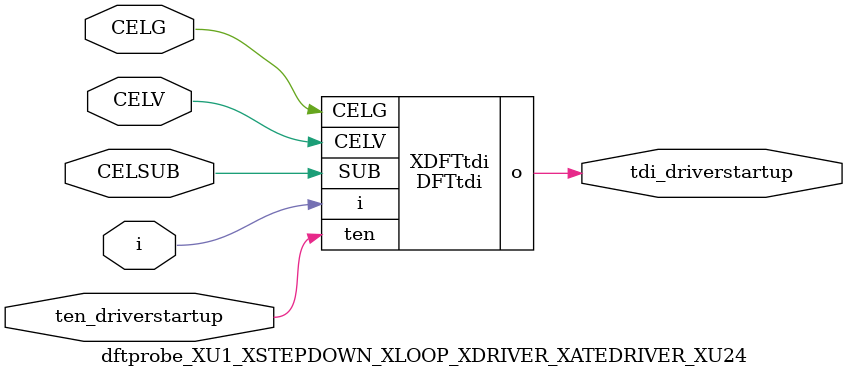
<source format=v>


module DFTtdi ( o, CELV, SUB, i, ten, CELG );

  input CELV;
  input ten;
  input i;
  output o;
  input CELG;
  input SUB;
endmodule


module dftprobe_XU1_XSTEPDOWN_XLOOP_XDRIVER_XATEDRIVER_XU24 (i,tdi_driverstartup,ten_driverstartup,CELG,CELSUB,CELV);
input  i;
output  tdi_driverstartup;
input  ten_driverstartup;
input  CELG;
input  CELSUB;
input  CELV;

DFTtdi XDFTtdi(
  .i (i),
  .o (tdi_driverstartup),
  .ten (ten_driverstartup),
  .CELG (CELG),
  .SUB (CELSUB),
  .CELV (CELV)
);

endmodule


</source>
